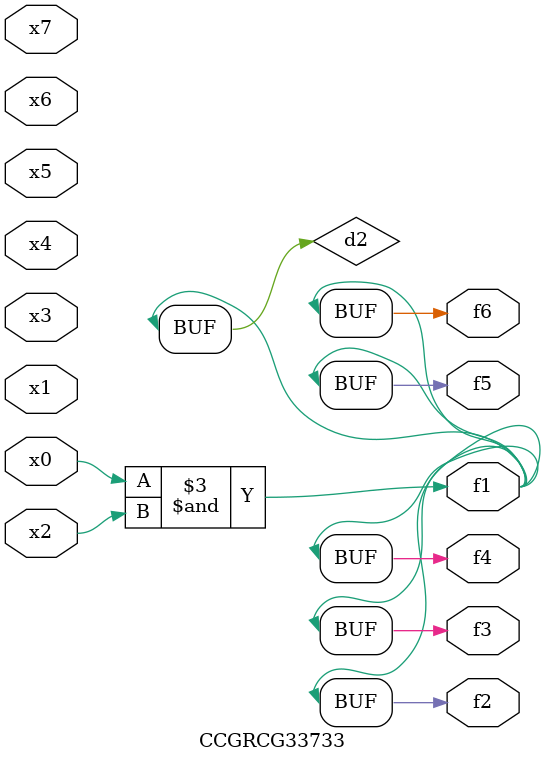
<source format=v>
module CCGRCG33733(
	input x0, x1, x2, x3, x4, x5, x6, x7,
	output f1, f2, f3, f4, f5, f6
);

	wire d1, d2;

	nor (d1, x3, x6);
	and (d2, x0, x2);
	assign f1 = d2;
	assign f2 = d2;
	assign f3 = d2;
	assign f4 = d2;
	assign f5 = d2;
	assign f6 = d2;
endmodule

</source>
